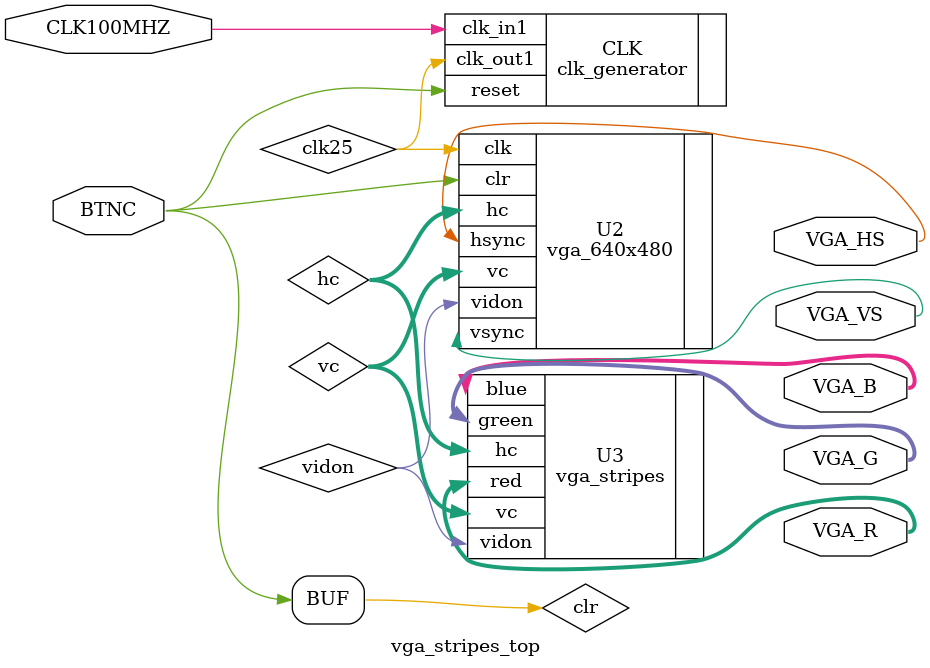
<source format=v>
`timescale 1ns / 1ps


module vga_stripes_top(
    input wire CLK100MHZ,
    input wire BTNC,
    output wire VGA_HS, VGA_VS,
    output wire [3:0] VGA_R, VGA_G,
    output wire [3:0] VGA_B
    );
    
    wire clk25, clr, vidon;
    wire [10:0] hc, vc;
    
    assign clr = BTNC;
    
    /*clkdiv U1 (
        .clk(CLK100MHZ),
        .clr(clr),
        .clk25(clk25)
    );
    */
    clk_generator CLK(.clk_in1(CLK100MHZ),
                      .reset(clr),
                      .clk_out1(clk25));
    
    vga_640x480 U2 (
        .clk(clk25),
        .clr(clr),
        .hsync(VGA_HS),
        .vsync(VGA_VS),
        .hc(hc),
        .vc(vc),
        .vidon(vidon)
    );
    
    vga_stripes U3 (
        .vidon(vidon),
        .hc(hc),
        .vc(vc),
        .red(VGA_R),
        .green(VGA_G),
        .blue(VGA_B)
    );
    
endmodule

</source>
